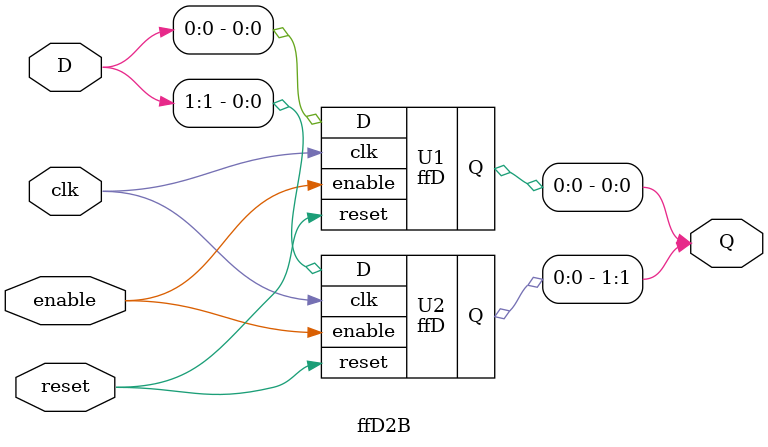
<source format=v>

module ffD(input clk, reset, enable, input D, output reg Q);

    always @(posedge clk, posedge reset) begin
      //Hacemos que el reset haga Q = 0
      if (reset) begin
        Q <= 0;
        end
      //Hacemos que el Enable funcione
      else if (enable) begin
        Q <= D;
        end
      end //Always

endmodule

module ffD2B (input clk, reset, enable, input[1:0] D, output wire[1:0] Q);

    ffD U2(clk, reset, enable, D[1], Q[1]);
    ffD U1(clk, reset, enable, D[0], Q[0]);

endmodule // ffD2B

</source>
